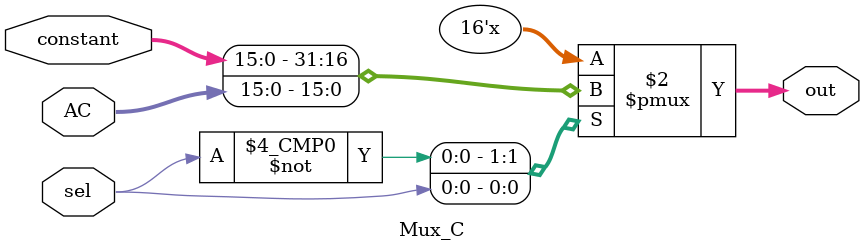
<source format=v>
module Mux_C(constant, AC, sel, out);
	input[15:0] constant, AC;
	input sel;
	output reg [15:0]  out;


	always @ (*) 
		begin
			case (sel)
				1'b0 :  out <= constant;
				1'b1 :  out <= AC;
				
			endcase
	end

endmodule 
</source>
